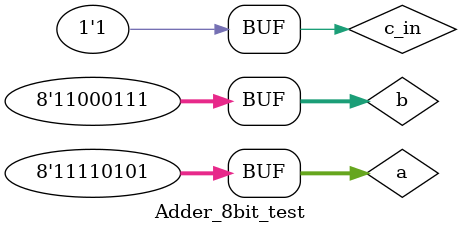
<source format=v>
module Adder_8bit_test;
reg[7:0] a ,b;
reg c_in;
wire[7:0] s;
wire carry;

Adder_8bit  U1 ( a, b, s ,c_in,carry);


initial begin
a=10010101;
b=11111111;
c_in=0;


#10;
a=10010101;
b=11111111;
c_in=1;


end 

endmodule
</source>
